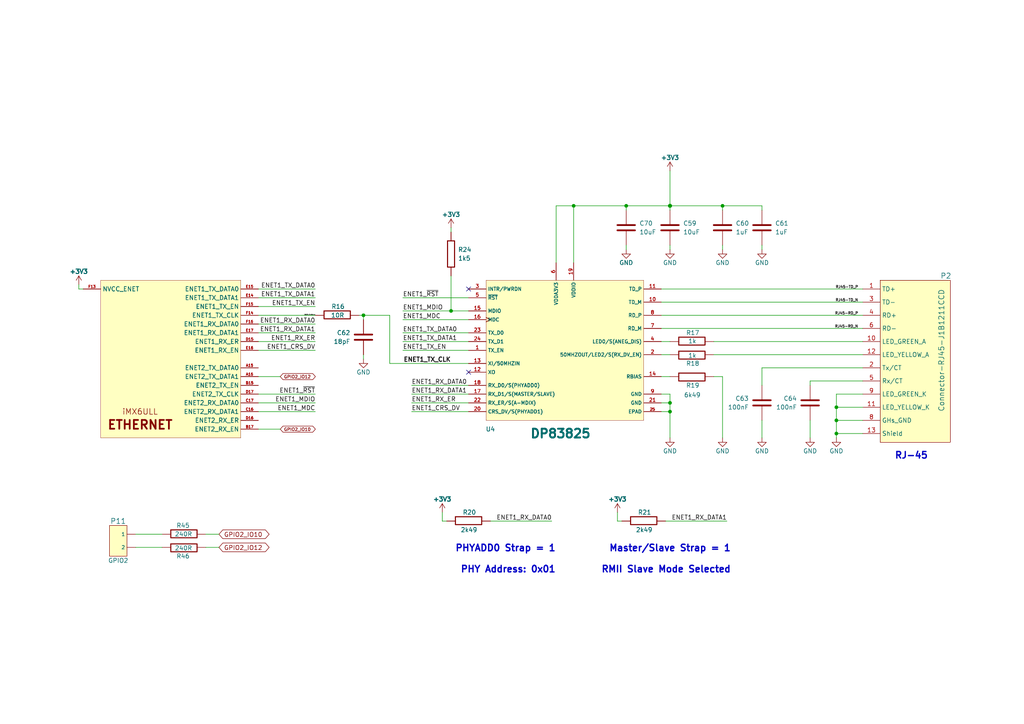
<source format=kicad_sch>
(kicad_sch (version 20210621) (generator eeschema)
  (paper "User" 297.002 210.007)
  (title_block (title "iMX6ULL Compute Module & Base Board") (date "2021-03-23") (rev "1.0") (company "AHSA Elektronik"))
  (lib_symbols
    (symbol "abdullah:+3.3V" (power) (pin_names (offset 0))
      (property "Value" "+3.3V" (at 0 3.81 0))
      (symbol "+3.3V_0_1"
        (polyline (pts (xy -0.762 1.27) (xy 0 2.54)))
        (polyline (pts (xy 0 0) (xy 0 2.54)))
        (polyline (pts (xy 0 2.54) (xy 0.762 1.27)))
      )
      (symbol "+3.3V_1_1"
        (pin power_in line (at 0 0 90) (length 0) hide (name "+3V3") (number "1"))
      )
    )
    (symbol "abdullah:C-vert" (pin_numbers hide) (pin_names (offset 0.254))
      (property "Reference" "C" (at 3.81 1.27 0))
      (property "Value" "C-vert" (at 3.81 -1.27 0))
      (symbol "C-vert_0_1"
        (polyline (pts (xy -2.54 -0.762) (xy 2.54 -0.762)) (stroke (width 0.508)))
        (polyline (pts (xy -2.54 0.762) (xy 2.54 0.762)) (stroke (width 0.508)))
      )
      (symbol "C-vert_1_1"
        (pin passive line (at 0 5.08 270) (length 4.318) (name "~") (number "1"))
        (pin passive line (at 0 -5.08 90) (length 4.318) (name "~") (number "2"))
      )
    )
    (symbol "abdullah:CONNECTOR-2" (pin_numbers hide)
      (property "Reference" "P" (at -1.27 3.81 0))
      (property "Value" "CONNECTOR-2" (at -3.81 -1.27 90))
      (symbol "CONNECTOR-2_0_1"
        (rectangle (start 2.54 2.54) (end -2.54 -6.35) (fill (type background)))
      )
      (symbol "CONNECTOR-2_1_1"
        (pin bidirectional line (at 5.08 0 180) (length 2.54) (name "1") (number "1"))
        (pin bidirectional line (at 5.08 -3.81 180) (length 2.54) (name "2") (number "2"))
      )
    )
    (symbol "abdullah:Connector-RJ45-J1B1211CCD"
      (property "Reference" "P" (at -10.16 19.05 0))
      (property "Value" "Connector-RJ45-J1B1211CCD" (at -8.89 -2.54 90))
      (symbol "Connector-RJ45-J1B1211CCD_0_1"
        (rectangle (start -11.43 17.78) (end 8.89 -29.21) (fill (type background)))
      )
      (symbol "Connector-RJ45-J1B1211CCD_1_1"
        (pin input line (at 13.97 15.24 180) (length 5.08) (name "TD+") (number "1"))
        (pin input line (at 13.97 0 180) (length 5.08) (name "LED_GREEN_A") (number "10"))
        (pin input line (at 13.97 -19.05 180) (length 5.08) (name "LED_YELLOW_K") (number "11"))
        (pin input line (at 13.97 -3.81 180) (length 5.08) (name "LED_YELLOW_A") (number "12"))
        (pin input line (at 13.97 -26.67 180) (length 5.08) (name "Shield") (number "13"))
        (pin input line (at 13.97 -7.62 180) (length 5.08) (name "Tx/CT") (number "2"))
        (pin input line (at 13.97 11.43 180) (length 5.08) (name "TD-") (number "3"))
        (pin input line (at 13.97 7.62 180) (length 5.08) (name "RD+") (number "4"))
        (pin input line (at 13.97 -11.43 180) (length 5.08) (name "Rx/CT") (number "5"))
        (pin input line (at 13.97 3.81 180) (length 5.08) (name "RD-") (number "6"))
        (pin input line (at 13.97 -22.86 180) (length 5.08) (name "GHs_GND") (number "8"))
        (pin input line (at 13.97 -15.24 180) (length 5.08) (name "LED_GREEN_K") (number "9"))
      )
    )
    (symbol "abdullah:DP83825"
      (property "Reference" "U" (at -21.59 -22.86 0))
      (property "Value" "DP83825" (at -1.27 8.89 0))
      (symbol "DP83825_0_0"
        (pin input line (at -27.94 0 0) (length 5.08) (name "TX_EN") (number "1"))
        (pin output line (at 27.94 13.97 180) (length 5.08) (name "TD_M") (number "10"))
        (pin output line (at 27.94 17.78 180) (length 5.08) (name "TD_P") (number "11"))
        (pin output line (at -27.94 -6.35 0) (length 5.08) (name "XO") (number "12"))
        (pin input line (at -27.94 -3.81 0) (length 5.08) (name "XI/50MHZIN") (number "13"))
        (pin passive line (at 27.94 -7.62 180) (length 5.08) (name "RBIAS") (number "14"))
        (pin bidirectional line (at -27.94 11.43 0) (length 5.08) (name "MDIO") (number "15"))
        (pin input clock (at -27.94 8.89 0) (length 5.08) (name "MDC") (number "16"))
        (pin bidirectional line (at -27.94 -12.7 0) (length 5.08) (name "RX_D1/S(MASTER/SLAVE)") (number "17"))
        (pin bidirectional line (at -27.94 -10.16 0) (length 5.08) (name "RX_D0/S(PHYADD0)") (number "18"))
        (pin power_in line (at 2.54 25.4 270) (length 5.08) (name "VDDIO") (number "19"))
        (pin bidirectional line (at 27.94 -1.27 180) (length 5.08) (name "50MHZOUT/LED2/S(RX_DV_EN)") (number "2"))
        (pin bidirectional line (at -27.94 -17.78 0) (length 5.08) (name "CRS_DV/S(PHYADD1)") (number "20"))
        (pin power_in line (at 27.94 -15.24 180) (length 5.08) (name "GND") (number "21"))
        (pin bidirectional line (at -27.94 -15.24 0) (length 5.08) (name "RX_ER/S(A-MDIX)") (number "22"))
        (pin input line (at -27.94 5.08 0) (length 5.08) (name "TX_D0") (number "23"))
        (pin input line (at -27.94 2.54 0) (length 5.08) (name "TX_D1") (number "24"))
        (pin input line (at -27.94 17.78 0) (length 5.08) (name "INTR/PWRDN") (number "3"))
        (pin bidirectional line (at 27.94 2.54 180) (length 5.08) (name "LED0/S(ANEG_DIS)") (number "4"))
        (pin input line (at -27.94 15.24 0) (length 5.08) (name "~{RST}") (number "5"))
        (pin power_in line (at -2.54 25.4 270) (length 5.08) (name "VDDA3V3") (number "6"))
        (pin input line (at 27.94 6.35 180) (length 5.08) (name "RD_M") (number "7"))
        (pin input line (at 27.94 10.16 180) (length 5.08) (name "RD_P") (number "8"))
        (pin power_in line (at 27.94 -12.7 180) (length 5.08) (name "GND") (number "9"))
      )
      (symbol "DP83825_0_1"
        (rectangle (start -22.86 20.32) (end 22.86 -20.32) (stroke (width 0.0006)) (fill (type background)))
      )
      (symbol "DP83825_1_1"
        (pin input line (at 27.94 -17.78 180) (length 5.08) (name "EPAD") (number "25"))
      )
    )
    (symbol "abdullah:GND" (power) (pin_names (offset 0))
      (property "Value" "GND" (at 0 -3.81 0))
      (symbol "GND_0_1"
        (polyline (pts (xy 0 0) (xy 0 -1.27) (xy 1.27 -1.27) (xy 0 -2.54) (xy -1.27 -1.27) (xy 0 -1.27)))
      )
      (symbol "GND_1_1"
        (pin power_in line (at 0 0 270) (length 0) hide (name "GND") (number "1"))
      )
    )
    (symbol "abdullah:R-hrz" (pin_numbers hide) (pin_names (offset 0))
      (property "Reference" "R" (at 0.254 2.54 0))
      (property "Value" "R-hrz" (at 0.127 -2.54 0))
      (symbol "R-hrz_0_1"
        (rectangle (start -3.81 -1.016) (end 3.81 1.27) (stroke (width 0.3048)))
      )
      (symbol "R-hrz_1_1"
        (pin passive line (at -6.35 0 0) (length 2.54) (name "~") (number "1"))
        (pin passive line (at 6.35 0 180) (length 2.54) (name "~") (number "2"))
      )
    )
    (symbol "abdullah:R-vert" (pin_numbers hide) (pin_names (offset 0))
      (property "Reference" "R" (at 2.032 1.27 0))
      (property "Value" "R-vert" (at 2.032 -1.27 0))
      (symbol "R-vert_0_1"
        (rectangle (start -1.016 3.81) (end 1.016 -3.81) (stroke (width 0.3048)))
      )
      (symbol "R-vert_1_1"
        (pin passive line (at 0 6.35 270) (length 2.54) (name "~") (number "1"))
        (pin passive line (at 0 -6.35 90) (length 2.54) (name "~") (number "2"))
      )
    )
    (symbol "abdullah:iMX6ULL_6"
      (symbol "iMX6ULL_6_1_1"
        (text "iMX6ULL" (at 0 -52.07 0) (effects (font (size 3.81 3.81))))
        (text "POWER" (at 0 -60.96 0) (effects (font (size 5.08 5.08) bold)))
        (rectangle (start -25.4 58.42) (end 26.67 -71.12) (stroke (width 0.0006)) (fill (type background)))
        (pin unspecified line (at -30.48 -12.7 0) (length 5.08) (name "VSS1") (number "A1"))
        (pin unspecified line (at -30.48 -15.24 0) (length 5.08) (name "VSS2") (number "A17"))
        (pin unspecified line (at -30.48 -22.86 0) (length 5.08) (name "VSS5") (number "C11"))
        (pin unspecified line (at -30.48 -25.4 0) (length 5.08) (name "VSS6") (number "C15"))
        (pin unspecified line (at -30.48 -17.78 0) (length 5.08) (name "VSS3") (number "C3"))
        (pin unspecified line (at -30.48 -20.32 0) (length 5.08) (name "VSS4") (number "C7"))
        (pin unspecified line (at -30.48 -30.48 0) (length 5.08) (name "VSS8") (number "E11"))
        (pin unspecified line (at -30.48 -27.94 0) (length 5.08) (name "VSS7") (number "E8"))
        (pin unspecified line (at -30.48 -43.18 0) (length 5.08) (name "VSS13") (number "F10"))
        (pin unspecified line (at -30.48 -45.72 0) (length 5.08) (name "VSS14") (number "F11"))
        (pin unspecified line (at -30.48 -48.26 0) (length 5.08) (name "VSS15") (number "F12"))
        (pin unspecified line (at -30.48 -33.02 0) (length 5.08) (name "VSS9") (number "F6"))
        (pin unspecified line (at -30.48 -35.56 0) (length 5.08) (name "VSS10") (number "F7"))
        (pin unspecified line (at -30.48 -38.1 0) (length 5.08) (name "VSS11") (number "F8"))
        (pin unspecified line (at -30.48 -40.64 0) (length 5.08) (name "VSS12") (number "F9"))
        (pin unspecified line (at 31.75 53.34 180) (length 5.08) (name "VDD_ARM_CAP_2") (number "G10"))
        (pin unspecified line (at 31.75 50.8 180) (length 5.08) (name "VDD_ARM_CAP_3") (number "G11"))
        (pin unspecified line (at -30.48 -58.42 0) (length 5.08) (name "VSS19") (number "G12"))
        (pin unspecified line (at -30.48 -60.96 0) (length 5.08) (name "VSS20") (number "G15"))
        (pin unspecified line (at -30.48 -50.8 0) (length 5.08) (name "VSS16") (number "G3"))
        (pin unspecified line (at -30.48 -53.34 0) (length 5.08) (name "VSS17") (number "G5"))
        (pin unspecified line (at -30.48 -55.88 0) (length 5.08) (name "VSS18") (number "G7"))
        (pin unspecified line (at 31.75 43.18 180) (length 5.08) (name "VDD_SOC_CAP1") (number "G8"))
        (pin unspecified line (at 31.75 55.88 180) (length 5.08) (name "VDD_ARM_CAP_1") (number "G9"))
        (pin unspecified line (at -30.48 40.64 0) (length 5.08) (name "VDD_SOC_IN2") (number "H10"))
        (pin unspecified line (at 31.75 48.26 180) (length 5.08) (name "VDD_ARM_CAP_4") (number "H11"))
        (pin unspecified line (at -30.48 -66.04 0) (length 5.08) (name "VSS22") (number "H12"))
        (pin unspecified line (at -30.48 -63.5 0) (length 5.08) (name "VSS21") (number "H7"))
        (pin unspecified line (at 31.75 40.64 180) (length 5.08) (name "VDD_SOC_CAP2") (number "H8"))
        (pin unspecified line (at -30.48 43.18 0) (length 5.08) (name "VDD_SOC_IN1") (number "H9"))
        (pin unspecified line (at -30.48 35.56 0) (length 5.08) (name "VDD_SOC_IN4") (number "J10"))
        (pin unspecified line (at 31.75 35.56 180) (length 5.08) (name "VDD_SOC_CAP4") (number "J11"))
        (pin unspecified line (at 31.75 -66.04 180) (length 5.08) (name "VSS25") (number "J12"))
        (pin unspecified line (at -30.48 -68.58 0) (length 5.08) (name "VSS23") (number "J5"))
        (pin unspecified line (at 31.75 -68.58 180) (length 5.08) (name "VSS24") (number "J7"))
        (pin unspecified line (at 31.75 38.1 180) (length 5.08) (name "VDD_SOC_CAP3") (number "J8"))
        (pin unspecified line (at -30.48 38.1 0) (length 5.08) (name "VDD_SOC_IN3") (number "J9"))
        (pin unspecified line (at -30.48 30.48 0) (length 5.08) (name "VDD_SOC_IN6") (number "K10"))
        (pin unspecified line (at 31.75 30.48 180) (length 5.08) (name "VDD_SOC_CAP6") (number "K11"))
        (pin unspecified line (at 31.75 -60.96 180) (length 5.08) (name "VSS27") (number "K12"))
        (pin unspecified line (at 31.75 -63.5 180) (length 5.08) (name "VSS26") (number "K7"))
        (pin unspecified line (at 31.75 33.02 180) (length 5.08) (name "VDD_SOC_CAP5") (number "K8"))
        (pin unspecified line (at -30.48 33.02 0) (length 5.08) (name "VDD_SOC_IN5") (number "K9"))
        (pin unspecified line (at 31.75 22.86 180) (length 5.08) (name "VDD_SOC_CAP9") (number "L10"))
        (pin unspecified line (at 31.75 20.32 180) (length 5.08) (name "VDD_SOC_CAP10") (number "L11"))
        (pin unspecified line (at 31.75 -53.34 180) (length 5.08) (name "VSS30") (number "L12"))
        (pin unspecified line (at 31.75 -58.42 180) (length 5.08) (name "VSS28") (number "L3"))
        (pin unspecified line (at 31.75 -55.88 180) (length 5.08) (name "VSS29") (number "L7"))
        (pin unspecified line (at 31.75 27.94 180) (length 5.08) (name "VDD_SOC_CAP7") (number "L8"))
        (pin unspecified line (at 31.75 25.4 180) (length 5.08) (name "VDD_SOC_CAP8") (number "L9"))
        (pin unspecified line (at 31.75 -43.18 180) (length 5.08) (name "VSS34") (number "M10"))
        (pin unspecified line (at 31.75 -40.64 180) (length 5.08) (name "VSS35") (number "M11"))
        (pin unspecified line (at -30.48 -10.16 0) (length 5.08) (name "NGND_KEL0") (number "M12"))
        (pin unspecified line (at 31.75 -50.8 180) (length 5.08) (name "VSS31") (number "M7"))
        (pin unspecified line (at 31.75 -48.26 180) (length 5.08) (name "VSS32") (number "M8"))
        (pin unspecified line (at 31.75 -45.72 180) (length 5.08) (name "VSS33") (number "M9"))
        (pin unspecified line (at 31.75 -1.27 180) (length 5.08) (name "VDD_SNVS_CAP") (number "N12"))
        (pin unspecified line (at -30.48 13.97 0) (length 5.08) (name "VDD_HIGH_IN") (number "N13"))
        (pin unspecified line (at 31.75 -38.1 180) (length 5.08) (name "VSS36") (number "N3"))
        (pin unspecified line (at 31.75 -35.56 180) (length 5.08) (name "VSS37") (number "N5"))
        (pin unspecified line (at -30.48 3.81 0) (length 5.08) (name "VDD_SNVS_IN") (number "P12"))
        (pin unspecified line (at 31.75 3.81 180) (length 5.08) (name "NVCC_PLL") (number "P13"))
        (pin unspecified line (at 31.75 -25.4 180) (length 5.08) (name "VSS41") (number "R11"))
        (pin unspecified line (at 31.75 13.97 180) (length 5.08) (name "VDD_HIGH_CAP1") (number "R14"))
        (pin unspecified line (at 31.75 11.43 180) (length 5.08) (name "VDD_HIGH_CAP2") (number "R15"))
        (pin unspecified line (at 31.75 -22.86 180) (length 5.08) (name "VSS42") (number "R16"))
        (pin unspecified line (at 31.75 -20.32 180) (length 5.08) (name "VSS43") (number "R17"))
        (pin unspecified line (at 31.75 -33.02 180) (length 5.08) (name "VSS38") (number "R3"))
        (pin unspecified line (at 31.75 -30.48 180) (length 5.08) (name "VSS39") (number "R5"))
        (pin unspecified line (at 31.75 -27.94 180) (length 5.08) (name "VSS40") (number "R7"))
        (pin unspecified line (at 31.75 -17.78 180) (length 5.08) (name "VSS44") (number "T14"))
        (pin unspecified line (at 31.75 -15.24 180) (length 5.08) (name "VSS45") (number "U1"))
        (pin unspecified line (at 31.75 -12.7 180) (length 5.08) (name "VSS46") (number "U14"))
        (pin unspecified line (at 31.75 -10.16 180) (length 5.08) (name "VSS47") (number "U17"))
      )
      (symbol "iMX6ULL_6_2_1"
        (text "DRAM" (at 1.27 33.02 0) (effects (font (size 5.08 5.08) bold)))
        (text "iMX6ULL" (at 1.27 41.91 0) (effects (font (size 3.81 3.81))))
        (rectangle (start -29.21 48.26) (end 30.48 -54.61) (stroke (width 0.0006)) (fill (type background)))
        (pin unspecified line (at 35.56 -17.78 180) (length 5.08) (name "DRAM_ODT1") (number "F1"))
        (pin unspecified line (at -34.29 10.16 0) (length 5.08) (name "DRAM_ADDR14") (number "G1"))
        (pin unspecified line (at -34.29 30.48 0) (length 5.08) (name "DRAM_ADDR6") (number "G2"))
        (pin unspecified line (at -34.29 -39.37 0) (length 5.08) (name "DRAM_RESET") (number "G4"))
        (pin unspecified line (at 35.56 -39.37 180) (length 5.08) (name "NVCC_DRAM1") (number "G6"))
        (pin unspecified line (at -34.29 -5.08 0) (length 5.08) (name "DRAM_SDBA1") (number "H1"))
        (pin unspecified line (at -34.29 43.18 0) (length 5.08) (name "DRAM_ADDR1") (number "H2"))
        (pin unspecified line (at -34.29 12.7 0) (length 5.08) (name "DRAM_ADDR13") (number "H3"))
        (pin unspecified line (at -34.29 27.94 0) (length 5.08) (name "DRAM_ADDR7") (number "H4"))
        (pin unspecified line (at -34.29 -16.51 0) (length 5.08) (name "~{DRAM_CS1}") (number "H5"))
        (pin unspecified line (at 35.56 -41.91 180) (length 5.08) (name "NVCC_DRAM2") (number "H6"))
        (pin unspecified line (at -34.29 -26.67 0) (length 5.08) (name "~{DRAM_SDWE}") (number "J1"))
        (pin unspecified line (at -34.29 -24.13 0) (length 5.08) (name "~{DRAM_CAS}") (number "J2"))
        (pin unspecified line (at 35.56 -27.94 180) (length 5.08) (name "DRAM_SDCKE1") (number "J3"))
        (pin unspecified line (at -34.29 25.4 0) (length 5.08) (name "DRAM_ADDR8") (number "J4"))
        (pin unspecified line (at 35.56 -44.45 180) (length 5.08) (name "NVCC_DRAM3") (number "J6"))
        (pin unspecified line (at -34.29 40.64 0) (length 5.08) (name "DRAM_ADDR2") (number "K1"))
        (pin unspecified line (at -34.29 -7.62 0) (length 5.08) (name "DRAM_SDBA2") (number "K2"))
        (pin unspecified line (at -34.29 17.78 0) (length 5.08) (name "DRAM_ADDR11") (number "K3"))
        (pin unspecified line (at -34.29 35.56 0) (length 5.08) (name "DRAM_ADDR4") (number "K4"))
        (pin unspecified line (at -34.29 7.62 0) (length 5.08) (name "DRAM_ADDR15") (number "K5"))
        (pin unspecified line (at 35.56 -46.99 180) (length 5.08) (name "NVCC_DRAM4") (number "K6"))
        (pin unspecified line (at -34.29 33.02 0) (length 5.08) (name "DRAM_ADDR5") (number "L1"))
        (pin unspecified line (at -34.29 22.86 0) (length 5.08) (name "DRAM_ADDR9") (number "L2"))
        (pin unspecified line (at -34.29 15.24 0) (length 5.08) (name "DRAM_ADDR12") (number "L4"))
        (pin unspecified line (at -34.29 45.72 0) (length 5.08) (name "DRAM_ADDR0") (number "L5"))
        (pin unspecified line (at 35.56 -49.53 180) (length 5.08) (name "NVCC_DRAM5") (number "L6"))
        (pin unspecified line (at -34.29 -2.54 0) (length 5.08) (name "DRAM_SDBA0") (number "M1"))
        (pin unspecified line (at -34.29 38.1 0) (length 5.08) (name "DRAM_ADDR3") (number "M2"))
        (pin unspecified line (at 35.56 -30.48 180) (length 5.08) (name "DRAM_SDCKE0") (number "M3"))
        (pin unspecified line (at -34.29 20.32 0) (length 5.08) (name "DRAM_ADDR10") (number "M4"))
        (pin unspecified line (at -34.29 -21.59 0) (length 5.08) (name "~{DRAM_RAS}") (number "M5"))
        (pin unspecified line (at 35.56 -52.07 180) (length 5.08) (name "NVCC_DRAM6") (number "M6"))
        (pin unspecified line (at 35.56 -20.32 180) (length 5.08) (name "DRAM_ODT0") (number "N1"))
        (pin unspecified line (at -34.29 -13.97 0) (length 5.08) (name "~{DRAM_CS0}") (number "N2"))
        (pin unspecified line (at -34.29 -44.45 0) (length 5.08) (name "DRAM_ZQPAD") (number "N4"))
        (pin unspecified line (at -34.29 -48.26 0) (length 5.08) (name "NVCC_DRAM_2P5") (number "N6"))
        (pin unspecified line (at -34.29 -31.75 0) (length 5.08) (name "DRAM_SDCLK0_P") (number "P1"))
        (pin unspecified line (at -34.29 -34.29 0) (length 5.08) (name "DRAM_SDCLK0_N") (number "P2"))
        (pin unspecified line (at 35.56 2.54 180) (length 5.08) (name "DRAM_DATA13") (number "P3"))
        (pin unspecified line (at -34.29 -52.07 0) (length 5.08) (name "DRAM_VREF") (number "P4"))
        (pin unspecified line (at 35.56 5.08 180) (length 5.08) (name "DRAM_DATA12") (number "P5"))
        (pin unspecified line (at 35.56 25.4 180) (length 5.08) (name "DRAM_SDQS0_P") (number "P6"))
        (pin unspecified line (at 35.56 22.86 180) (length 5.08) (name "DRAM_SDQS0_N") (number "P7"))
        (pin unspecified line (at 35.56 -2.54 180) (length 5.08) (name "DRAM_DATA15") (number "R1"))
        (pin unspecified line (at 35.56 0 180) (length 5.08) (name "DRAM_DATA14") (number "R2"))
        (pin unspecified line (at 35.56 7.62 180) (length 5.08) (name "DRAM_DATA11") (number "R4"))
        (pin unspecified line (at 35.56 -5.08 180) (length 5.08) (name "DRAM_SDQS1_P") (number "T1"))
        (pin unspecified line (at 35.56 -7.62 180) (length 5.08) (name "DRAM_SDQS1_N") (number "T2"))
        (pin unspecified line (at 35.56 -10.16 180) (length 5.08) (name "DRAM_DQM1") (number "T3"))
        (pin unspecified line (at 35.56 45.72 180) (length 5.08) (name "DRAM_DATA0") (number "T4"))
        (pin unspecified line (at 35.56 30.48 180) (length 5.08) (name "DRAM_DATA6") (number "T5"))
        (pin unspecified line (at 35.56 40.64 180) (length 5.08) (name "DRAM_DATA2") (number "T6"))
        (pin unspecified line (at 35.56 20.32 180) (length 5.08) (name "DRAM_DQM0") (number "T7"))
        (pin unspecified line (at 35.56 33.02 180) (length 5.08) (name "DRAM_DATA5") (number "T8"))
        (pin unspecified line (at 35.56 15.24 180) (length 5.08) (name "DRAM_DATA8") (number "U2"))
        (pin unspecified line (at 35.56 12.7 180) (length 5.08) (name "DRAM_DATA9") (number "U3"))
        (pin unspecified line (at 35.56 27.94 180) (length 5.08) (name "DRAM_DATA7") (number "U4"))
        (pin unspecified line (at 35.56 10.16 180) (length 5.08) (name "DRAM_DATA10") (number "U5"))
        (pin unspecified line (at 35.56 43.18 180) (length 5.08) (name "DRAM_DATA1") (number "U6"))
        (pin unspecified line (at 35.56 38.1 180) (length 5.08) (name "DRAM_DATA3") (number "U7"))
        (pin unspecified line (at 35.56 35.56 180) (length 5.08) (name "DRAM_DATA4") (number "U8"))
      )
      (symbol "iMX6ULL_6_3_1"
        (text "iMX6ULL" (at -6.35 -19.05 0) (effects (font (size 1.905 1.905))))
        (text "NAND" (at -6.35 -22.86 0) (effects (font (size 2.54 2.54) bold)))
        (rectangle (start -13.97 22.86) (end 15.24 -27.94) (stroke (width 0.0006)) (fill (type background)))
        (pin unspecified line (at 20.32 0 180) (length 5.08) (name "~{NAND_READY}") (number "A3"))
        (pin unspecified line (at 20.32 10.16 180) (length 5.08) (name "NAND_CLE") (number "A4"))
        (pin unspecified line (at 20.32 -25.4 180) (length 5.08) (name "NAND_DATA7") (number "A5"))
        (pin unspecified line (at 20.32 -22.86 180) (length 5.08) (name "NAND_DATA6") (number "A6"))
        (pin unspecified line (at 20.32 -12.7 180) (length 5.08) (name "NAND_DATA2") (number "A7"))
        (pin unspecified line (at 20.32 12.7 180) (length 5.08) (name "NAND_ALE") (number "B4"))
        (pin unspecified line (at 20.32 17.78 180) (length 5.08) (name "~{NAND_CE1}") (number "B5"))
        (pin unspecified line (at 20.32 -20.32 180) (length 5.08) (name "NAND_DATA5") (number "B6"))
        (pin unspecified line (at 20.32 -10.16 180) (length 5.08) (name "NAND_DATA1") (number "B7"))
        (pin unspecified line (at 20.32 20.32 180) (length 5.08) (name "~{NAND_CE0}") (number "C5"))
        (pin unspecified line (at 20.32 -17.78 180) (length 5.08) (name "NAND_DATA4") (number "C6"))
        (pin unspecified line (at 20.32 5.08 180) (length 5.08) (name "~{NAND_WE}") (number "C8"))
        (pin unspecified line (at 20.32 2.54 180) (length 5.08) (name "~{NAND_WP}") (number "D5"))
        (pin unspecified line (at 20.32 -15.24 180) (length 5.08) (name "NAND_DATA3") (number "D6"))
        (pin unspecified line (at 20.32 -7.62 180) (length 5.08) (name "NAND_DATA0") (number "D7"))
        (pin unspecified line (at 20.32 7.62 180) (length 5.08) (name "~{NAND_RE}") (number "D8"))
        (pin unspecified line (at 20.32 -2.54 180) (length 5.08) (name "NAND_DQS") (number "E6"))
        (pin unspecified line (at -19.05 20.32 0) (length 5.08) (name "NVCC_NAND") (number "E7"))
      )
      (symbol "iMX6ULL_6_4_1"
        (text "CSI" (at -6.35 -16.51 0) (effects (font (size 2.54 2.54) bold)))
        (text "iMX6ULL" (at -6.35 -12.7 0) (effects (font (size 1.651 1.651))))
        (rectangle (start -12.7 17.78) (end 11.43 -20.32) (stroke (width 0.0006)) (fill (type background)))
        (pin unspecified line (at 16.51 -17.78 180) (length 5.08) (name "CSI_DATA7") (number "D1"))
        (pin unspecified line (at 16.51 -15.24 180) (length 5.08) (name "CSI_DATA6") (number "D2"))
        (pin unspecified line (at 16.51 -12.7 180) (length 5.08) (name "CSI_DATA5") (number "D3"))
        (pin unspecified line (at 16.51 -10.16 180) (length 5.08) (name "CSI_DATA4") (number "D4"))
        (pin unspecified line (at 16.51 -7.62 180) (length 5.08) (name "CSI_DATA3") (number "E1"))
        (pin unspecified line (at 16.51 -5.08 180) (length 5.08) (name "CSI_DATA2") (number "E2"))
        (pin unspecified line (at 16.51 -2.54 180) (length 5.08) (name "CSI_DATA1") (number "E3"))
        (pin unspecified line (at 16.51 0 180) (length 5.08) (name "CSI_DATA0") (number "E4"))
        (pin unspecified line (at 16.51 12.7 180) (length 5.08) (name "CSI_PIXCLK") (number "E5"))
        (pin unspecified line (at 16.51 7.62 180) (length 5.08) (name "CSI_VSYNC") (number "F2"))
        (pin unspecified line (at 16.51 5.08 180) (length 5.08) (name "CSI_HSYNC") (number "F3"))
        (pin unspecified line (at -17.78 15.24 0) (length 5.08) (name "NVCC_CSI") (number "F4"))
        (pin unspecified line (at 16.51 15.24 180) (length 5.08) (name "CSI_MCLK") (number "F5"))
      )
      (symbol "iMX6ULL_6_5_1"
        (text "GPIO" (at -5.08 -10.16 0) (effects (font (size 2.54 2.54) bold)))
        (text "iMX6ULL" (at -5.08 -6.35 0) (effects (font (size 1.651 1.651))))
        (rectangle (start -13.97 12.7) (end 15.24 -15.24) (stroke (width 0.0006)) (fill (type background)))
        (pin unspecified line (at -19.05 10.16 0) (length 5.08) (name "NVCC_GPIO") (number "J13"))
        (pin unspecified line (at 20.32 10.16 180) (length 5.08) (name "GPIO1_IO0") (number "K13"))
        (pin unspecified line (at 20.32 -5.08 180) (length 5.08) (name "GPIO1_IO6") (number "K17"))
        (pin unspecified line (at 20.32 5.08 180) (length 5.08) (name "GPIO1_IO2") (number "L14"))
        (pin unspecified line (at 20.32 7.62 180) (length 5.08) (name "GPIO1_IO1") (number "L15"))
        (pin unspecified line (at 20.32 -7.62 180) (length 5.08) (name "GPIO1_IO7") (number "L16"))
        (pin unspecified line (at 20.32 2.54 180) (length 5.08) (name "GPIO1_IO3") (number "L17"))
        (pin unspecified line (at 20.32 -12.7 180) (length 5.08) (name "GPIO1_IO9") (number "M15"))
        (pin unspecified line (at 20.32 0 180) (length 5.08) (name "GPIO1_IO4") (number "M16"))
        (pin unspecified line (at 20.32 -2.54 180) (length 5.08) (name "GPIO1_IO5") (number "M17"))
        (pin unspecified line (at 20.32 -10.16 180) (length 5.08) (name "GPIO1_IO8") (number "N17"))
      )
      (symbol "iMX6ULL_6_6_1"
        (text "ETHERNET" (at -7.62 -21.59 0) (effects (font (size 2.54 2.54) bold)))
        (text "iMX6ULL" (at -7.62 -17.78 0) (effects (font (size 1.651 1.651))))
        (rectangle (start -19.05 20.32) (end 21.59 -25.4) (stroke (width 0.0006)) (fill (type background)))
        (pin unspecified line (at 26.67 -5.08 180) (length 5.08) (name "ENET2_TX_DATA0") (number "A15"))
        (pin unspecified line (at 26.67 -7.62 180) (length 5.08) (name "ENET2_TX_DATA1") (number "A16"))
        (pin unspecified line (at 26.67 -10.16 180) (length 5.08) (name "ENET2_TX_EN") (number "B15"))
        (pin unspecified line (at 26.67 -22.86 180) (length 5.08) (name "ENET2_RX_EN") (number "B17"))
        (pin unspecified line (at 26.67 -17.78 180) (length 5.08) (name "ENET2_RX_DATA1") (number "C16"))
        (pin unspecified line (at 26.67 -15.24 180) (length 5.08) (name "ENET2_RX_DATA0") (number "C17"))
        (pin unspecified line (at 26.67 2.54 180) (length 5.08) (name "ENET1_RX_ER") (number "D15"))
        (pin unspecified line (at 26.67 -20.32 180) (length 5.08) (name "ENET2_RX_ER") (number "D16"))
        (pin unspecified line (at 26.67 -12.7 180) (length 5.08) (name "ENET2_TX_CLK") (number "D17"))
        (pin unspecified line (at 26.67 15.24 180) (length 5.08) (name "ENET1_TX_DATA1") (number "E14"))
        (pin unspecified line (at 26.67 17.78 180) (length 5.08) (name "ENET1_TX_DATA0") (number "E15"))
        (pin unspecified line (at 26.67 0 180) (length 5.08) (name "ENET1_RX_EN") (number "E16"))
        (pin unspecified line (at 26.67 5.08 180) (length 5.08) (name "ENET1_RX_DATA1") (number "E17"))
        (pin unspecified line (at -24.13 17.78 0) (length 5.08) (name "NVCC_ENET") (number "F13"))
        (pin unspecified line (at 26.67 10.16 180) (length 5.08) (name "ENET1_TX_CLK") (number "F14"))
        (pin unspecified line (at 26.67 12.7 180) (length 5.08) (name "ENET1_TX_EN") (number "F15"))
        (pin unspecified line (at 26.67 7.62 180) (length 5.08) (name "ENET1_RX_DATA0") (number "F16"))
      )
      (symbol "iMX6ULL_6_7_1"
        (text "iMX6ULL" (at -3.81 -66.04 0) (effects (font (size 1.905 1.905))))
        (text "LCD" (at -3.81 -71.12 0) (effects (font (size 3.81 3.81) bold)))
        (rectangle (start 22.86 2.54) (end -12.7 -76.2) (stroke (width 0.0006)) (fill (type background)))
        (pin unspecified line (at 27.94 -30.48 180) (length 5.08) (name "LCD_DATA6") (number "A10"))
        (pin unspecified line (at 27.94 -38.1 180) (length 5.08) (name "LCD_DATA9") (number "A11"))
        (pin unspecified line (at 27.94 -50.8 180) (length 5.08) (name "LCD_DATA14") (number "A12"))
        (pin unspecified line (at 27.94 -60.96 180) (length 5.08) (name "LCD_DATA18") (number "A13"))
        (pin unspecified line (at 27.94 -71.12 180) (length 5.08) (name "LCD_DATA22") (number "A14"))
        (pin unspecified line (at 27.94 0 180) (length 5.08) (name "LCD_CLK") (number "A8"))
        (pin unspecified line (at 27.94 -17.78 180) (length 5.08) (name "LCD_DATA1") (number "A9"))
        (pin unspecified line (at 27.94 -27.94 180) (length 5.08) (name "LCD_DATA5") (number "B10"))
        (pin unspecified line (at 27.94 -35.56 180) (length 5.08) (name "LCD_DATA8") (number "B11"))
        (pin unspecified line (at 27.94 -48.26 180) (length 5.08) (name "LCD_DATA13") (number "B12"))
        (pin unspecified line (at 27.94 -58.42 180) (length 5.08) (name "LCD_DATA17") (number "B13"))
        (pin unspecified line (at 27.94 -68.58 180) (length 5.08) (name "LCD_DATA21") (number "B14"))
        (pin unspecified line (at 27.94 -73.66 180) (length 5.08) (name "LCD_DATA23") (number "B16"))
        (pin unspecified line (at 27.94 -3.81 180) (length 5.08) (name "LCD_ENABLE") (number "B8"))
        (pin unspecified line (at 27.94 -15.24 180) (length 5.08) (name "LCD_DATA0") (number "B9"))
        (pin unspecified line (at 27.94 -25.4 180) (length 5.08) (name "LCD_DATA4") (number "C10"))
        (pin unspecified line (at 27.94 -45.72 180) (length 5.08) (name "LCD_DATA12") (number "C12"))
        (pin unspecified line (at 27.94 -55.88 180) (length 5.08) (name "LCD_DATA16") (number "C13"))
        (pin unspecified line (at 27.94 -66.04 180) (length 5.08) (name "LCD_DATA20") (number "C14"))
        (pin unspecified line (at 27.94 -8.89 180) (length 5.08) (name "LCD_VSYNC") (number "C9"))
        (pin unspecified line (at 27.94 -22.86 180) (length 5.08) (name "LCD_DATA3") (number "D10"))
        (pin unspecified line (at 27.94 -33.02 180) (length 5.08) (name "LCD_DATA7") (number "D11"))
        (pin unspecified line (at 27.94 -43.18 180) (length 5.08) (name "LCD_DATA11") (number "D12"))
        (pin unspecified line (at 27.94 -53.34 180) (length 5.08) (name "LCD_DATA15") (number "D13"))
        (pin unspecified line (at 27.94 -63.5 180) (length 5.08) (name "LCD_DATA19") (number "D14"))
        (pin unspecified line (at 27.94 -6.35 180) (length 5.08) (name "LCD_HSYNC") (number "D9"))
        (pin unspecified line (at 27.94 -20.32 180) (length 5.08) (name "LCD_DATA2") (number "E10"))
        (pin unspecified line (at 27.94 -40.64 180) (length 5.08) (name "LCD_DATA10") (number "E12"))
        (pin unspecified line (at -17.78 0 0) (length 5.08) (name "NVCC_LCD") (number "E13"))
        (pin unspecified line (at 27.94 -11.43 180) (length 5.08) (name "LCD_RESET") (number "E9"))
      )
      (symbol "iMX6ULL_6_8_1"
        (text "iMX6ULL" (at -13.97 -5.08 0) (effects (font (size 1.016 1.016) bold)))
        (text "USB" (at -13.97 -7.62 0) (effects (font (size 1.905 1.905) bold)))
        (rectangle (start -19.05 12.7) (end 19.05 -10.16) (stroke (width 0.0006)) (fill (type background)))
        (pin unspecified line (at 24.13 0 180) (length 5.08) (name "VDD_USB_CAP") (number "R12"))
        (pin unspecified line (at -24.13 10.16 0) (length 5.08) (name "USB_OTG1_VBUS") (number "T12"))
        (pin unspecified line (at 24.13 -5.08 180) (length 5.08) (name "USB_OTG2_DN") (number "T13"))
        (pin unspecified line (at 24.13 10.16 180) (length 5.08) (name "USB_OTG1_DN") (number "T15"))
        (pin unspecified line (at -24.13 0 0) (length 5.08) (name "USB_OTG2_VBUS") (number "U12"))
        (pin unspecified line (at 24.13 -7.62 180) (length 5.08) (name "USB_OTG2_DP") (number "U13"))
        (pin unspecified line (at 24.13 7.62 180) (length 5.08) (name "USB_OTG1_DP") (number "U15"))
        (pin unspecified line (at 24.13 5.08 180) (length 5.08) (name "~{USB_OTG1_CHD}") (number "U16"))
      )
      (symbol "iMX6ULL_6_9_1"
        (text "iMX6ULL" (at -7.62 -2.54 0) (effects (font (size 1.651 1.651))))
        (text "SD1" (at -7.62 -6.35 0) (effects (font (size 2.54 2.54) bold)))
        (rectangle (start -13.97 8.89) (end 13.97 -10.16) (stroke (width 0.0006)) (fill (type background)))
        (pin unspecified line (at 19.05 -7.62 180) (length 5.08) (name "SD1_DATA3") (number "A2"))
        (pin unspecified line (at 19.05 -5.08 180) (length 5.08) (name "SD1_DATA2") (number "B1"))
        (pin unspecified line (at 19.05 -2.54 180) (length 5.08) (name "SD1_DATA1") (number "B2"))
        (pin unspecified line (at 19.05 0 180) (length 5.08) (name "SD1_DATA0") (number "B3"))
        (pin unspecified line (at 19.05 6.35 180) (length 5.08) (name "SD1_CLK") (number "C1"))
        (pin unspecified line (at 19.05 3.81 180) (length 5.08) (name "SD1_CMD") (number "C2"))
        (pin unspecified line (at -19.05 6.35 0) (length 5.08) (name "NVCC_SD1") (number "C4"))
      )
      (symbol "iMX6ULL_6_10_1"
        (text "ADC" (at -19.05 -10.16 0) (effects (font (size 1.905 1.905) bold)))
        (text "iMX6ULL" (at -19.05 -7.62 0) (effects (font (size 1.016 1.016) bold)))
        (rectangle (start 0 2.54) (end -22.86 -12.7) (stroke (width 0.0006)) (fill (type background)))
        (pin unspecified line (at 5.08 0 180) (length 5.08) (name "VDDA_ADC_3P3") (number "L13"))
        (pin unspecified line (at 5.08 -6.35 180) (length 5.08) (name "ADC_VREFH") (number "M13"))
      )
      (symbol "iMX6ULL_6_11_1"
        (text "NVCC_GPIO" (at 5.08 35.56 900) (effects (font (size 1.27 1.27))))
        (text "NVCC_PLL" (at -5.08 -11.43 900) (effects (font (size 1.27 1.27))))
        (text "NVCC_UART" (at 5.08 -13.97 900) (effects (font (size 1.27 1.27))))
        (text "VDD_SNVS_CAP" (at -5.08 -25.4 900) (effects (font (size 1.27 1.27))))
        (text "VDD_SNVS_IN" (at -5.08 22.86 900) (effects (font (size 1.27 1.27))))
        (text "VDDHIGH_CAP" (at 5.08 20.32 900) (effects (font (size 1.27 1.27))))
        (text "VDDHIGH_IN" (at -5.08 -40.64 900) (effects (font (size 1.27 1.27))))
        (rectangle (start -27.94 46.99) (end 24.13 -48.26) (stroke (width 0.0006)) (fill (type background)))
        (polyline (pts (xy -22.86 -36.83) (xy -6.35 -36.83) (xy -6.35 -41.91) (xy -22.86 -41.91)) (stroke (width 0.0006)))
        (polyline (pts (xy -22.86 -21.59) (xy -6.35 -21.59) (xy -6.35 -29.21) (xy -22.86 -29.21)) (stroke (width 0.0006)))
        (polyline (pts (xy -22.86 -7.62) (xy -6.35 -7.62) (xy -6.35 -15.24) (xy -22.86 -15.24)) (stroke (width 0.0006)))
        (polyline (pts (xy -16.51 44.45) (xy -6.35 44.45) (xy -6.35 -5.08) (xy -16.51 -5.08)) (stroke (width 0.0006)))
        (polyline (pts (xy 15.24 -40.64) (xy 6.35 -40.64) (xy 6.35 11.43) (xy 15.24 11.43)) (stroke (width 0.0006)))
        (polyline (pts (xy 15.24 24.13) (xy 6.35 24.13) (xy 6.35 16.51) (xy 15.24 16.51)) (stroke (width 0.0006)))
        (polyline (pts (xy 15.24 44.45) (xy 6.35 44.45) (xy 6.35 26.67) (xy 15.24 26.67)) (stroke (width 0.0006)))
        (pin input line (at 29.21 -35.56 180) (length 5.08) (name "UART5_TX_DATA") (number "F17"))
        (pin input line (at 29.21 -38.1 180) (length 5.08) (name "UART5_RX_DATA") (number "G13"))
        (pin input line (at 29.21 -22.86 180) (length 5.08) (name "~{UART3_RTS}") (number "G14"))
        (pin input line (at 29.21 -31.75 180) (length 5.08) (name "UART4_RX_DATA") (number "G16"))
        (pin input line (at 29.21 -29.21 180) (length 5.08) (name "UART4_TX_DATA") (number "G17"))
        (pin input line (at 29.21 8.89 180) (length 5.08) (name "NVCC_UART") (number "H13"))
        (pin input line (at 29.21 -11.43 180) (length 5.08) (name "~{UART2_RTS}") (number "H14"))
        (pin input line (at 29.21 -25.4 180) (length 5.08) (name "~{UART3_CTS}") (number "H15"))
        (pin input line (at 29.21 -20.32 180) (length 5.08) (name "UART3_RX_DATA") (number "H16"))
        (pin input line (at 29.21 -17.78 180) (length 5.08) (name "UART3_TX_DATA") (number "H17"))
        (pin input line (at 29.21 0 180) (length 5.08) (name "~{UART1_RTS}") (number "J14"))
        (pin input line (at 29.21 -13.97 180) (length 5.08) (name "~{UART2_CTS}") (number "J15"))
        (pin input line (at 29.21 -8.89 180) (length 5.08) (name "UART2_RX_DATA") (number "J16"))
        (pin input line (at 29.21 -6.35 180) (length 5.08) (name "UART2_TX_DATA") (number "J17"))
        (pin input line (at 29.21 5.08 180) (length 5.08) (name "UART1_TX_DATA") (number "K14"))
        (pin input line (at 29.21 -2.54 180) (length 5.08) (name "~{UART1_CTS}") (number "K15"))
        (pin input line (at 29.21 2.54 180) (length 5.08) (name "UART1_RX_DATA") (number "K16"))
        (pin input line (at 29.21 41.91 180) (length 5.08) (name "JTAG_TCK") (number "M14"))
        (pin input line (at -33.02 8.89 0) (length 5.08) (name "SNVS_TAMPER7") (number "N10"))
        (pin input line (at -33.02 11.43 0) (length 5.08) (name "SNVS_TAMPER6") (number "N11"))
        (pin input line (at 29.21 31.75 180) (length 5.08) (name "~{JTAG_TRST}") (number "N14"))
        (pin input line (at 29.21 34.29 180) (length 5.08) (name "JTAG_TDO") (number "N15"))
        (pin input line (at 29.21 36.83 180) (length 5.08) (name "JTAG_TDI") (number "N16"))
        (pin input line (at -33.02 30.48 0) (length 5.08) (name "TEST_MODE") (number "N7"))
        (pin input line (at -33.02 13.97 0) (length 5.08) (name "SNVS_TAMPER5") (number "N8"))
        (pin input line (at -33.02 6.35 0) (length 5.08) (name "SNVS_TAMPER8") (number "N9"))
        (pin input line (at -33.02 19.05 0) (length 5.08) (name "SNVS_TAMPER3") (number "P10"))
        (pin input line (at -33.02 21.59 0) (length 5.08) (name "SNVS_TAMPER2") (number "P11"))
        (pin input line (at 29.21 39.37 180) (length 5.08) (name "JTAG_TMS") (number "P14"))
        (pin input line (at 29.21 29.21 180) (length 5.08) (name "JTAG_MOD") (number "P15"))
        (pin input line (at 29.21 21.59 180) (length 5.08) (name "CCM_CLK1_N") (number "P16"))
        (pin input line (at 29.21 19.05 180) (length 5.08) (name "CCM_CLK1_P") (number "P17"))
        (pin input line (at -33.02 39.37 0) (length 5.08) (name "~{POR}") (number "P8"))
        (pin input line (at -33.02 16.51 0) (length 5.08) (name "SNVS_TAMPER4") (number "P9"))
        (pin input line (at -33.02 26.67 0) (length 5.08) (name "SNVS_TAMPER0") (number "R10"))
        (pin input line (at -33.02 -39.37 0) (length 5.08) (name "GPANAIO") (number "R13"))
        (pin input line (at -33.02 3.81 0) (length 5.08) (name "SNVS_TAMPER9") (number "R6"))
        (pin input line (at -33.02 41.91 0) (length 5.08) (name "ONOFF") (number "R8"))
        (pin input line (at -33.02 24.13 0) (length 5.08) (name "SNVS_TAMPER1") (number "R9"))
        (pin input line (at -33.02 35.56 0) (length 5.08) (name "BOOT_MODE0") (number "T10"))
        (pin input line (at -33.02 -24.13 0) (length 5.08) (name "RTC_XTALI") (number "T11"))
        (pin input line (at -33.02 -10.16 0) (length 5.08) (name "XTALI") (number "T16"))
        (pin input line (at -33.02 -12.7 0) (length 5.08) (name "XTALO") (number "T17"))
        (pin input line (at -33.02 -2.54 0) (length 5.08) (name "SNVS_PMIC_ON_REQ") (number "T9"))
        (pin input line (at -33.02 33.02 0) (length 5.08) (name "BOOT_MODE1") (number "U10"))
        (pin input line (at -33.02 -26.67 0) (length 5.08) (name "RTC_XTALO") (number "U11"))
        (pin input line (at -33.02 0 0) (length 5.08) (name "CCM_PMIC_STBY_REQ") (number "U9"))
      )
    )
  )
  (junction (at 105.41 91.44) (diameter 0.9144))
  (junction (at 130.81 90.17) (diameter 0.9144))
  (junction (at 166.37 59.69) (diameter 0.9144))
  (junction (at 181.61 59.69) (diameter 0.9144))
  (junction (at 194.31 59.69) (diameter 1.016))
  (junction (at 194.31 116.84) (diameter 0.9144))
  (junction (at 194.31 119.38) (diameter 0.9144))
  (junction (at 209.55 59.69) (diameter 0.9144))
  (junction (at 242.57 118.11) (diameter 0.9144))
  (junction (at 242.57 121.92) (diameter 0.9144))
  (junction (at 242.57 125.73) (diameter 0.9144))
  (no_connect (at 135.89 83.82))
  (no_connect (at 135.89 107.95))
  (wire (pts (xy 22.86 82.55) (xy 22.86 83.82)))
  (wire (pts (xy 22.86 83.82) (xy 24.13 83.82)))
  (wire (pts (xy 46.99 154.94) (xy 39.37 154.94)))
  (wire (pts (xy 46.99 158.75) (xy 39.37 158.75)))
  (wire (pts (xy 59.69 154.94) (xy 63.5 154.94)))
  (wire (pts (xy 59.69 158.75) (xy 63.5 158.75)))
  (wire (pts (xy 74.93 83.82) (xy 91.44 83.82)))
  (wire (pts (xy 74.93 86.36) (xy 91.44 86.36)))
  (wire (pts (xy 74.93 88.9) (xy 91.44 88.9)))
  (wire (pts (xy 74.93 93.98) (xy 91.44 93.98)))
  (wire (pts (xy 74.93 96.52) (xy 91.44 96.52)))
  (wire (pts (xy 74.93 99.06) (xy 91.44 99.06)))
  (wire (pts (xy 74.93 101.6) (xy 91.44 101.6)))
  (wire (pts (xy 74.93 109.22) (xy 81.28 109.22)))
  (wire (pts (xy 74.93 114.3) (xy 91.44 114.3)))
  (wire (pts (xy 74.93 116.84) (xy 91.44 116.84)))
  (wire (pts (xy 74.93 119.38) (xy 91.44 119.38)))
  (wire (pts (xy 74.93 124.46) (xy 81.28 124.46)))
  (wire (pts (xy 91.44 91.44) (xy 74.93 91.44)))
  (wire (pts (xy 104.14 91.44) (xy 105.41 91.44)))
  (wire (pts (xy 105.41 91.44) (xy 113.03 91.44)))
  (wire (pts (xy 105.41 92.71) (xy 105.41 91.44)))
  (wire (pts (xy 105.41 104.14) (xy 105.41 102.87)))
  (wire (pts (xy 113.03 91.44) (xy 113.03 105.41)))
  (wire (pts (xy 113.03 105.41) (xy 135.89 105.41)))
  (wire (pts (xy 116.84 86.36) (xy 135.89 86.36)))
  (wire (pts (xy 116.84 90.17) (xy 130.81 90.17)))
  (wire (pts (xy 116.84 92.71) (xy 135.89 92.71)))
  (wire (pts (xy 116.84 101.6) (xy 135.89 101.6)))
  (wire (pts (xy 119.38 119.38) (xy 135.89 119.38)))
  (wire (pts (xy 128.27 148.59) (xy 128.27 151.13)))
  (wire (pts (xy 128.27 151.13) (xy 129.54 151.13)))
  (wire (pts (xy 130.81 66.04) (xy 130.81 67.31)))
  (wire (pts (xy 130.81 80.01) (xy 130.81 90.17)))
  (wire (pts (xy 130.81 90.17) (xy 135.89 90.17)))
  (wire (pts (xy 135.89 96.52) (xy 116.84 96.52)))
  (wire (pts (xy 135.89 99.06) (xy 116.84 99.06)))
  (wire (pts (xy 135.89 111.76) (xy 119.38 111.76)))
  (wire (pts (xy 135.89 114.3) (xy 119.38 114.3)))
  (wire (pts (xy 135.89 116.84) (xy 119.38 116.84)))
  (wire (pts (xy 142.24 151.13) (xy 160.02 151.13)))
  (wire (pts (xy 161.29 59.69) (xy 166.37 59.69)))
  (wire (pts (xy 161.29 76.2) (xy 161.29 59.69)))
  (wire (pts (xy 166.37 59.69) (xy 166.37 76.2)))
  (wire (pts (xy 179.07 148.59) (xy 179.07 151.13)))
  (wire (pts (xy 179.07 151.13) (xy 180.34 151.13)))
  (wire (pts (xy 181.61 59.69) (xy 166.37 59.69)))
  (wire (pts (xy 181.61 59.69) (xy 181.61 60.96)))
  (wire (pts (xy 181.61 71.12) (xy 181.61 72.39)))
  (wire (pts (xy 191.77 83.82) (xy 250.19 83.82)))
  (wire (pts (xy 191.77 87.63) (xy 250.19 87.63)))
  (wire (pts (xy 191.77 91.44) (xy 250.19 91.44)))
  (wire (pts (xy 191.77 95.25) (xy 250.19 95.25)))
  (wire (pts (xy 191.77 99.06) (xy 194.31 99.06)))
  (wire (pts (xy 191.77 102.87) (xy 194.31 102.87)))
  (wire (pts (xy 191.77 109.22) (xy 194.31 109.22)))
  (wire (pts (xy 191.77 114.3) (xy 194.31 114.3)))
  (wire (pts (xy 191.77 116.84) (xy 194.31 116.84)))
  (wire (pts (xy 191.77 119.38) (xy 194.31 119.38)))
  (wire (pts (xy 193.04 151.13) (xy 210.82 151.13)))
  (wire (pts (xy 194.31 49.53) (xy 194.31 59.69)))
  (wire (pts (xy 194.31 59.69) (xy 181.61 59.69)))
  (wire (pts (xy 194.31 59.69) (xy 194.31 60.96)))
  (wire (pts (xy 194.31 59.69) (xy 209.55 59.69)))
  (wire (pts (xy 194.31 71.12) (xy 194.31 72.39)))
  (wire (pts (xy 194.31 114.3) (xy 194.31 116.84)))
  (wire (pts (xy 194.31 116.84) (xy 194.31 119.38)))
  (wire (pts (xy 194.31 119.38) (xy 194.31 127)))
  (wire (pts (xy 207.01 99.06) (xy 250.19 99.06)))
  (wire (pts (xy 207.01 102.87) (xy 250.19 102.87)))
  (wire (pts (xy 209.55 59.69) (xy 209.55 60.96)))
  (wire (pts (xy 209.55 71.12) (xy 209.55 72.39)))
  (wire (pts (xy 209.55 109.22) (xy 207.01 109.22)))
  (wire (pts (xy 209.55 127) (xy 209.55 109.22)))
  (wire (pts (xy 220.98 59.69) (xy 209.55 59.69)))
  (wire (pts (xy 220.98 60.96) (xy 220.98 59.69)))
  (wire (pts (xy 220.98 72.39) (xy 220.98 71.12)))
  (wire (pts (xy 220.98 106.68) (xy 250.19 106.68)))
  (wire (pts (xy 220.98 111.76) (xy 220.98 106.68)))
  (wire (pts (xy 220.98 127) (xy 220.98 121.92)))
  (wire (pts (xy 234.95 110.49) (xy 234.95 111.76)))
  (wire (pts (xy 234.95 121.92) (xy 234.95 127)))
  (wire (pts (xy 242.57 114.3) (xy 242.57 118.11)))
  (wire (pts (xy 242.57 118.11) (xy 250.19 118.11)))
  (wire (pts (xy 242.57 121.92) (xy 242.57 118.11)))
  (wire (pts (xy 242.57 121.92) (xy 250.19 121.92)))
  (wire (pts (xy 242.57 125.73) (xy 242.57 121.92)))
  (wire (pts (xy 242.57 125.73) (xy 250.19 125.73)))
  (wire (pts (xy 242.57 127) (xy 242.57 125.73)))
  (wire (pts (xy 250.19 110.49) (xy 234.95 110.49)))
  (wire (pts (xy 250.19 114.3) (xy 242.57 114.3)))
  (text "PHYADD0 Strap = 1\n\nPHY Address: 0x01" (at 161.29 166.37 180) (effects (font (size 1.905 1.905) (thickness 0.381) bold) (justify right bottom)))
  (text "Master/Slave Strap = 1\n\nRMII Slave Mode Selected" (at 212.09 166.37 180) (effects (font (size 1.905 1.905) (thickness 0.381) bold) (justify right bottom)))
  (text "RJ-45" (at 269.24 133.35 180) (effects (font (size 1.905 1.905) (thickness 0.381) bold) (justify right bottom)))
  (label "ENET1_TX_DATA0" (at 91.44 83.82 180))
  (label "ENET1_TX_DATA1" (at 91.44 86.36 180))
  (label "ENET1_TX_EN" (at 91.44 88.9 180))
  (label "ENET1_TX_CLK_s" (at 91.44 91.44 180) (effects (font (size 0.254 0.254))))
  (label "ENET1_RX_DATA0" (at 91.44 93.98 180))
  (label "ENET1_RX_DATA1" (at 91.44 96.52 180))
  (label "ENET1_RX_ER" (at 91.44 99.06 180))
  (label "ENET1_CRS_DV" (at 91.44 101.6 180))
  (label "ENET1_~{RST}" (at 91.44 114.3 180))
  (label "ENET1_MDIO" (at 91.44 116.84 180))
  (label "ENET1_MDC" (at 91.44 119.38 180))
  (label "ENET1_~{RST}" (at 116.84 86.36 0))
  (label "ENET1_MDIO" (at 116.84 90.17 0))
  (label "ENET1_MDC" (at 116.84 92.71 0))
  (label "ENET1_TX_DATA0" (at 116.84 96.52 0))
  (label "ENET1_TX_DATA1" (at 116.84 99.06 0))
  (label "ENET1_TX_EN" (at 116.84 101.6 0))
  (label "ENET1_RX_DATA0" (at 119.38 111.76 0))
  (label "ENET1_RX_DATA1" (at 119.38 114.3 0))
  (label "ENET1_RX_ER" (at 119.38 116.84 0))
  (label "ENET1_CRS_DV" (at 119.38 119.38 0))
  (label "ENET1_TX_CLK" (at 130.81 105.41 180) (effects (font (thickness 0.254) bold)))
  (label "ENET1_RX_DATA0" (at 160.02 151.13 180))
  (label "ENET1_RX_DATA1" (at 210.82 151.13 180))
  (label "RJ45-TD_P" (at 248.92 83.82 180) (effects (font (size 0.762 0.762))))
  (label "RJ45-TD_N" (at 248.92 87.63 180) (effects (font (size 0.762 0.762))))
  (label "RJ45-RD_P" (at 248.92 91.44 180) (effects (font (size 0.762 0.762))))
  (label "RJ45-RD_N" (at 248.92 95.25 180) (effects (font (size 0.762 0.762))))
  (global_label "GPIO2_IO10" (shape bidirectional) (at 63.5 154.94 0) (property "Intersheet References" "${INTERSHEET_REFS}" (effects hide)))
  (global_label "GPIO2_IO12" (shape bidirectional) (at 63.5 158.75 0) (property "Intersheet References" "${INTERSHEET_REFS}" (effects hide)))
  (global_label "GPIO2_IO12" (shape bidirectional) (at 81.28 109.22 0) (effects (font (size 0.889 0.889))) (property "Intersheet References" "${INTERSHEET_REFS}" (effects hide)))
  (global_label "GPIO2_IO10" (shape bidirectional) (at 81.28 124.46 0) (effects (font (size 0.889 0.889))) (property "Intersheet References" "${INTERSHEET_REFS}" (effects hide)))
  (symbol (lib_id "abdullah:+3.3V") (at 22.86 82.55 0) (unit 1)
    (property "Reference" "#PWR0141" (effects hide))
    (property "Value" "+3.3V" (at 22.86 78.74 0) (effects (font bold)))
  )
  (symbol (lib_id "abdullah:+3.3V") (at 128.27 148.59 0) (unit 1)
    (property "Reference" "#PWR059" (effects hide))
    (property "Value" "+3.3V" (at 128.27 144.78 0) (effects (font bold)))
  )
  (symbol (lib_id "abdullah:+3.3V") (at 130.81 66.04 0) (unit 1)
    (property "Reference" "#PWR065" (effects hide))
    (property "Value" "+3.3V" (at 130.81 62.23 0) (effects (font bold)))
  )
  (symbol (lib_id "abdullah:+3.3V") (at 179.07 148.59 0) (unit 1)
    (property "Reference" "#PWR060" (effects hide))
    (property "Value" "+3.3V" (at 179.07 144.78 0) (effects (font bold)))
  )
  (symbol (lib_id "abdullah:+3.3V") (at 194.31 49.53 0) (unit 1)
    (property "Reference" "#PWR049" (effects hide))
    (property "Value" "+3.3V" (at 194.31 45.72 0) (effects (font bold)))
  )
  (symbol (lib_id "abdullah:GND") (at 105.41 104.14 0) (unit 1)
    (property "Reference" "#PWR053" (effects hide))
    (property "Value" "GND" (at 105.41 107.95 0))
  )
  (symbol (lib_id "abdullah:GND") (at 181.61 72.39 0) (unit 1)
    (property "Reference" "#PWR066" (effects hide))
    (property "Value" "GND" (at 181.61 76.2 0))
  )
  (symbol (lib_id "abdullah:GND") (at 194.31 72.39 0) (unit 1)
    (property "Reference" "#PWR050" (effects hide))
    (property "Value" "GND" (at 194.31 76.2 0))
  )
  (symbol (lib_id "abdullah:GND") (at 194.31 127 0) (unit 1)
    (property "Reference" "#PWR054" (effects hide))
    (property "Value" "GND" (at 194.31 130.81 0))
  )
  (symbol (lib_id "abdullah:GND") (at 209.55 72.39 0) (unit 1)
    (property "Reference" "#PWR051" (effects hide))
    (property "Value" "GND" (at 209.55 76.2 0))
  )
  (symbol (lib_id "abdullah:GND") (at 209.55 127 0) (unit 1)
    (property "Reference" "#PWR055" (effects hide))
    (property "Value" "GND" (at 209.55 130.81 0))
  )
  (symbol (lib_id "abdullah:GND") (at 220.98 72.39 0) (unit 1)
    (property "Reference" "#PWR052" (effects hide))
    (property "Value" "GND" (at 220.98 76.2 0))
  )
  (symbol (lib_id "abdullah:GND") (at 220.98 127 0) (unit 1)
    (property "Reference" "#PWR056" (effects hide))
    (property "Value" "GND" (at 220.98 130.81 0))
  )
  (symbol (lib_id "abdullah:GND") (at 234.95 127 0) (unit 1)
    (property "Reference" "#PWR057" (effects hide))
    (property "Value" "GND" (at 234.95 130.81 0))
  )
  (symbol (lib_id "abdullah:GND") (at 242.57 127 0) (unit 1)
    (property "Reference" "#PWR058" (effects hide))
    (property "Value" "GND" (at 242.57 130.81 0))
  )
  (symbol (lib_id "abdullah:R-vert") (at 130.81 73.66 0) (unit 1)
    (property "Reference" "R24" (at 132.842 72.39 0) (effects (justify left)))
    (property "Value" "1k5" (at 132.842 74.93 0) (effects (justify left)))
    (property "Footprint" "new-abdullah:IPC-SMD-R-0603" (effects hide))
    (property "Wattage" "W" (effects hide))
    (property "Details" "Resistor SMD 1k5 0603 1%" (effects hide))
  )
  (symbol (lib_id "abdullah:R-hrz") (at 53.34 154.94 0) (mirror y) (unit 1)
    (property "Reference" "R45" (at 53.086 152.4 0))
    (property "Value" "240R" (at 53.213 154.8892 0))
    (property "Footprint" "new-abdullah:IPC-SMD-R-0402" (effects hide))
    (property "Details" "Resistor SMD 240R 0402 1%" (effects hide))
  )
  (symbol (lib_id "abdullah:R-hrz") (at 53.34 158.75 180) (unit 1)
    (property "Reference" "R46" (at 53.086 161.29 0))
    (property "Value" "240R" (at 53.213 158.9532 0))
    (property "Footprint" "new-abdullah:IPC-SMD-R-0402" (effects hide))
    (property "Details" "Resistor SMD 240R 0402 1%" (effects hide))
  )
  (symbol (lib_id "abdullah:R-hrz") (at 97.79 91.44 0) (unit 1)
    (property "Reference" "R16" (at 98.044 88.9 0))
    (property "Value" "10R" (at 97.917 91.44 0))
    (property "Footprint" "new-abdullah:IPC-SMD-R-0402" (effects hide))
    (property "Details" "Resistor SMD 10R 0402 1%" (effects hide))
  )
  (symbol (lib_id "abdullah:R-hrz") (at 135.89 151.13 0) (unit 1)
    (property "Reference" "R20" (at 136.144 148.59 0))
    (property "Value" "2k49" (at 136.017 153.67 0))
    (property "Footprint" "new-abdullah:IPC-SMD-R-0603" (effects hide))
    (property "Details" "Resistor SMD 2k49 0603 1%" (effects hide))
  )
  (symbol (lib_id "abdullah:R-hrz") (at 186.69 151.13 0) (unit 1)
    (property "Reference" "R21" (at 186.944 148.59 0))
    (property "Value" "2k49" (at 186.817 153.67 0))
    (property "Footprint" "new-abdullah:IPC-SMD-R-0603" (effects hide))
    (property "Details" "Resistor SMD 2k49 0603 1%" (effects hide))
  )
  (symbol (lib_id "abdullah:R-hrz") (at 200.66 99.06 0) (unit 1)
    (property "Reference" "R17" (at 200.914 96.52 0))
    (property "Value" "1k" (at 200.787 98.933 0))
    (property "Footprint" "new-abdullah:IPC-SMD-R-0805" (effects hide))
    (property "Details" "Resistor SMD 1k 0805 1%" (effects hide))
  )
  (symbol (lib_id "abdullah:R-hrz") (at 200.66 102.87 0) (mirror x) (unit 1)
    (property "Reference" "R18" (at 200.914 105.41 0))
    (property "Value" "1k" (at 200.787 103.124 0))
    (property "Footprint" "new-abdullah:IPC-SMD-R-0805" (effects hide))
    (property "Details" "Resistor SMD 1k 0805 1%" (effects hide))
  )
  (symbol (lib_id "abdullah:R-hrz") (at 200.66 109.22 0) (mirror x) (unit 1)
    (property "Reference" "R19" (at 200.914 111.76 0))
    (property "Value" "6k49" (at 200.787 114.554 0))
    (property "Footprint" "new-abdullah:IPC-SMD-R-0603" (effects hide))
    (property "Details" "Resistor SMD 6k49 0603 1%" (effects hide))
  )
  (symbol (lib_id "abdullah:C-vert") (at 105.41 97.79 0) (mirror y) (unit 1)
    (property "Reference" "C62" (at 101.6 96.52 0) (effects (justify left)))
    (property "Value" "18pF" (at 101.6 99.06 0) (effects (justify left)))
    (property "Footprint" "new-abdullah:IPC-SMD-C-0402" (effects hide))
    (property "Voltage" "50V" (effects hide))
    (property "Details" "Capacitor Ceramic Chip SMD 18pF 50V 0402 5%" (effects hide))
  )
  (symbol (lib_id "abdullah:C-vert") (at 181.61 66.04 0) (unit 1)
    (property "Reference" "C70" (at 185.42 64.77 0) (effects (justify left)))
    (property "Value" "10uF" (at 185.42 67.31 0) (effects (justify left)))
    (property "Footprint" "new-abdullah:IPC-SMD-C-0402" (effects hide))
    (property "Voltage" "16V" (effects hide))
    (property "Details" "Capacitor Ceramic Chip SMD 10uF 10V 0402 20%" (effects hide))
  )
  (symbol (lib_id "abdullah:C-vert") (at 194.31 66.04 0) (unit 1)
    (property "Reference" "C59" (at 198.12 64.77 0) (effects (justify left)))
    (property "Value" "10uF" (at 198.12 67.31 0) (effects (justify left)))
    (property "Footprint" "new-abdullah:IPC-SMD-C-0402" (effects hide))
    (property "Voltage" "16V" (effects hide))
    (property "Details" "Capacitor Ceramic Chip SMD 10uF 10V 0402 20%" (effects hide))
  )
  (symbol (lib_id "abdullah:C-vert") (at 209.55 66.04 0) (unit 1)
    (property "Reference" "C60" (at 213.36 64.77 0) (effects (justify left)))
    (property "Value" "1uF" (at 213.36 67.31 0) (effects (justify left)))
    (property "Footprint" "new-abdullah:IPC-SMD-C-0402" (effects hide))
    (property "Voltage" "10V" (effects hide))
    (property "Details" "Capacitor Ceramic Chip SMD 1uF 10V 0402 10%" (effects hide))
  )
  (symbol (lib_id "abdullah:C-vert") (at 220.98 66.04 0) (unit 1)
    (property "Reference" "C61" (at 224.79 64.77 0) (effects (justify left)))
    (property "Value" "1uF" (at 224.79 67.31 0) (effects (justify left)))
    (property "Footprint" "new-abdullah:IPC-SMD-C-0402" (effects hide))
    (property "Voltage" "10V" (effects hide))
    (property "Details" "Capacitor Ceramic Chip SMD 1uF 10V 0402 10%" (effects hide))
  )
  (symbol (lib_id "abdullah:C-vert") (at 220.98 116.84 0) (mirror y) (unit 1)
    (property "Reference" "C63" (at 217.17 115.57 0) (effects (justify left)))
    (property "Value" "100nF" (at 217.17 118.11 0) (effects (justify left)))
    (property "Footprint" "new-abdullah:IPC-SMD-C-0805" (effects hide))
    (property "Voltage" "50V" (effects hide))
    (property "Details" "Capacitor Ceramic Chip SMD 100nF 50V 0805 5%" (effects hide))
  )
  (symbol (lib_id "abdullah:C-vert") (at 234.95 116.84 0) (mirror y) (unit 1)
    (property "Reference" "C64" (at 231.14 115.57 0) (effects (justify left)))
    (property "Value" "100nF" (at 231.14 118.11 0) (effects (justify left)))
    (property "Footprint" "new-abdullah:IPC-SMD-C-0805" (effects hide))
    (property "Voltage" "50V" (effects hide))
    (property "Details" "Capacitor Ceramic Chip SMD 100nF 50V 0805 5%" (effects hide))
  )
  (symbol (lib_id "abdullah:CONNECTOR-2") (at 34.29 154.94 0) (unit 1)
    (property "Reference" "P11" (at 34.29 151.13 0) (effects (font (size 1.524 1.524))))
    (property "Value" "GPIO2" (at 34.29 162.56 0))
    (property "Footprint" "abdullah:Connector-Male-Breakaway-2pins" (effects hide))
    (property "Details" "Connector 2-pin" (effects hide))
  )
  (symbol (lib_id "abdullah:Connector-RJ45-J1B1211CCD") (at 264.16 99.06 0) (mirror y) (unit 1)
    (property "Reference" "P2" (at 274.32 80.01 0) (effects (font (size 1.524 1.524))))
    (property "Value" "Connector-RJ45-J1B1211CCD" (at 273.05 101.6 90) (effects (font (size 1.524 1.524))))
    (property "Footprint" "new-abdullah:Connector-RJ45-J1B1211CCD" (effects hide))
  )
  (symbol (lib_name "abdullah:iMX6ULL_6") (lib_id "abdullah:iMX6ULL") (at 48.26 101.6 0) (unit 6)
    (property "Reference" "U1" (effects hide))
    (property "Value" "iMX6ULL" (effects hide))
    (property "Footprint" "new-abdullah:BGA289C80P17X17_1400X1400X132N" (effects hide))
  )
  (symbol (lib_id "abdullah:DP83825") (at 163.83 101.6 0) (unit 1)
    (property "Reference" "U4" (at 142.24 124.46 0))
    (property "Value" "DP83825" (at 162.56 125.73 0) (effects (font (size 2.54 2.54) bold)))
    (property "Footprint" "new-abdullah:IPC-WQFN-24" (effects hide))
  )
)
</source>
